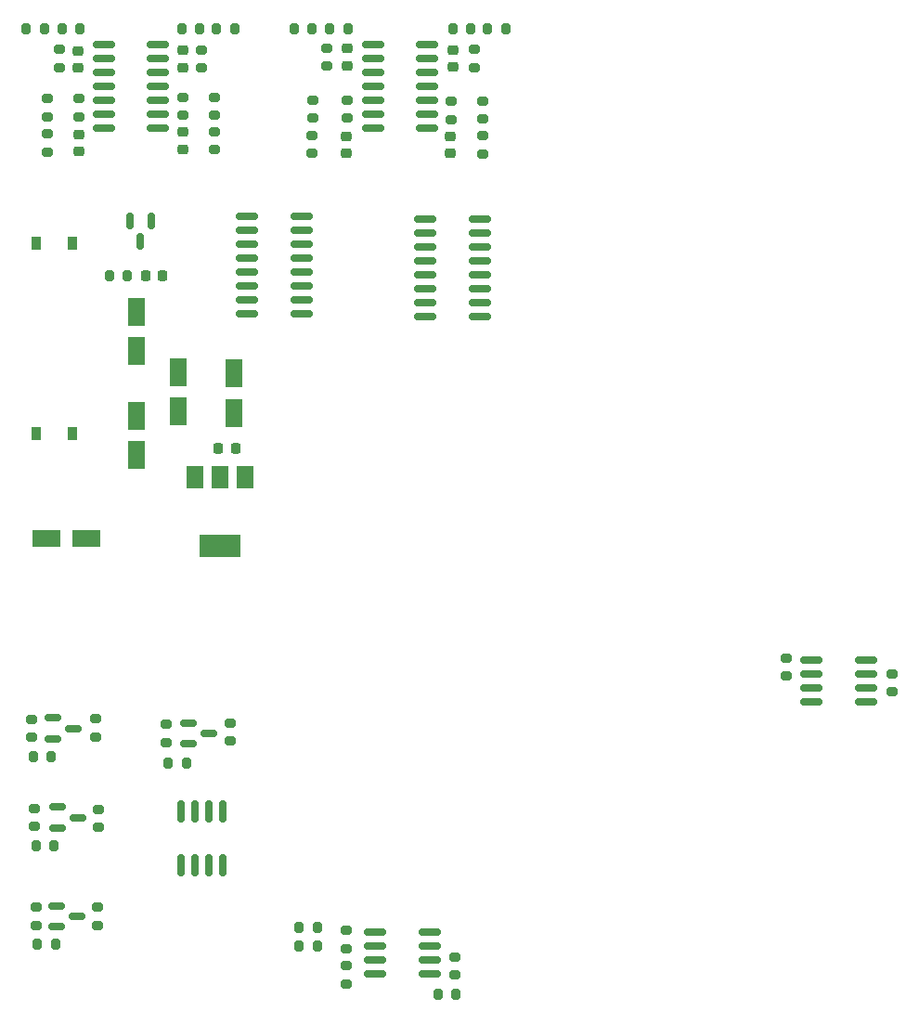
<source format=gtp>
G04 #@! TF.GenerationSoftware,KiCad,Pcbnew,(6.0.0-0)*
G04 #@! TF.CreationDate,2023-01-05T23:18:16-05:00*
G04 #@! TF.ProjectId,daisy_hardware_v1,64616973-795f-4686-9172-64776172655f,rev?*
G04 #@! TF.SameCoordinates,Original*
G04 #@! TF.FileFunction,Paste,Top*
G04 #@! TF.FilePolarity,Positive*
%FSLAX46Y46*%
G04 Gerber Fmt 4.6, Leading zero omitted, Abs format (unit mm)*
G04 Created by KiCad (PCBNEW (6.0.0-0)) date 2023-01-05 23:18:16*
%MOMM*%
%LPD*%
G01*
G04 APERTURE LIST*
G04 Aperture macros list*
%AMRoundRect*
0 Rectangle with rounded corners*
0 $1 Rounding radius*
0 $2 $3 $4 $5 $6 $7 $8 $9 X,Y pos of 4 corners*
0 Add a 4 corners polygon primitive as box body*
4,1,4,$2,$3,$4,$5,$6,$7,$8,$9,$2,$3,0*
0 Add four circle primitives for the rounded corners*
1,1,$1+$1,$2,$3*
1,1,$1+$1,$4,$5*
1,1,$1+$1,$6,$7*
1,1,$1+$1,$8,$9*
0 Add four rect primitives between the rounded corners*
20,1,$1+$1,$2,$3,$4,$5,0*
20,1,$1+$1,$4,$5,$6,$7,0*
20,1,$1+$1,$6,$7,$8,$9,0*
20,1,$1+$1,$8,$9,$2,$3,0*%
G04 Aperture macros list end*
%ADD10RoundRect,0.250000X0.550000X-1.050000X0.550000X1.050000X-0.550000X1.050000X-0.550000X-1.050000X0*%
%ADD11RoundRect,0.200000X0.275000X-0.200000X0.275000X0.200000X-0.275000X0.200000X-0.275000X-0.200000X0*%
%ADD12RoundRect,0.200000X-0.200000X-0.275000X0.200000X-0.275000X0.200000X0.275000X-0.200000X0.275000X0*%
%ADD13RoundRect,0.225000X0.250000X-0.225000X0.250000X0.225000X-0.250000X0.225000X-0.250000X-0.225000X0*%
%ADD14R,0.900000X1.200000*%
%ADD15RoundRect,0.200000X-0.275000X0.200000X-0.275000X-0.200000X0.275000X-0.200000X0.275000X0.200000X0*%
%ADD16RoundRect,0.225000X-0.250000X0.225000X-0.250000X-0.225000X0.250000X-0.225000X0.250000X0.225000X0*%
%ADD17RoundRect,0.250000X-0.550000X1.050000X-0.550000X-1.050000X0.550000X-1.050000X0.550000X1.050000X0*%
%ADD18RoundRect,0.200000X0.200000X0.275000X-0.200000X0.275000X-0.200000X-0.275000X0.200000X-0.275000X0*%
%ADD19RoundRect,0.150000X-0.587500X-0.150000X0.587500X-0.150000X0.587500X0.150000X-0.587500X0.150000X0*%
%ADD20RoundRect,0.225000X-0.225000X-0.250000X0.225000X-0.250000X0.225000X0.250000X-0.225000X0.250000X0*%
%ADD21RoundRect,0.150000X-0.150000X0.587500X-0.150000X-0.587500X0.150000X-0.587500X0.150000X0.587500X0*%
%ADD22RoundRect,0.150000X-0.825000X-0.150000X0.825000X-0.150000X0.825000X0.150000X-0.825000X0.150000X0*%
%ADD23R,1.500000X2.000000*%
%ADD24R,3.800000X2.000000*%
%ADD25RoundRect,0.150000X0.825000X0.150000X-0.825000X0.150000X-0.825000X-0.150000X0.825000X-0.150000X0*%
%ADD26RoundRect,0.250000X1.050000X0.550000X-1.050000X0.550000X-1.050000X-0.550000X1.050000X-0.550000X0*%
%ADD27RoundRect,0.150000X0.150000X-0.825000X0.150000X0.825000X-0.150000X0.825000X-0.150000X-0.825000X0*%
G04 APERTURE END LIST*
D10*
X57620000Y-319091000D03*
X57620000Y-315491000D03*
D11*
X39556000Y-365841000D03*
X39556000Y-364191000D03*
D12*
X63539200Y-366059000D03*
X65189200Y-366059000D03*
D13*
X52946800Y-287596000D03*
X52946800Y-286046000D03*
D14*
X39600000Y-303600000D03*
X42900000Y-303600000D03*
D15*
X117602000Y-342900000D03*
X117602000Y-344550000D03*
D16*
X77377600Y-293896200D03*
X77377600Y-295446200D03*
D15*
X45144000Y-364191000D03*
X45144000Y-365841000D03*
D17*
X48730000Y-319329800D03*
X48730000Y-322929800D03*
D13*
X77580800Y-287572200D03*
X77580800Y-286022200D03*
D15*
X45018000Y-346984000D03*
X45018000Y-348634000D03*
X67878000Y-369525000D03*
X67878000Y-371175000D03*
D11*
X51431000Y-349140000D03*
X51431000Y-347490000D03*
X79562000Y-287609000D03*
X79562000Y-285959000D03*
D18*
X77847000Y-372128000D03*
X76197000Y-372128000D03*
D15*
X64779200Y-290544200D03*
X64779200Y-292194200D03*
D13*
X43404800Y-287607400D03*
X43404800Y-286057400D03*
D11*
X39176000Y-348697000D03*
X39176000Y-347047000D03*
D15*
X55850800Y-293435000D03*
X55850800Y-295085000D03*
D12*
X38668200Y-284104800D03*
X40318200Y-284104800D03*
D15*
X52955200Y-290294400D03*
X52955200Y-291944400D03*
X67979600Y-290544200D03*
X67979600Y-292194200D03*
D13*
X67979600Y-287419800D03*
X67979600Y-285869800D03*
D15*
X80324000Y-290659000D03*
X80324000Y-292309000D03*
D19*
X41480166Y-355050000D03*
X41480166Y-356950000D03*
X43355166Y-356000000D03*
D15*
X64728400Y-293795400D03*
X64728400Y-295445400D03*
X80324000Y-293833000D03*
X80324000Y-295483000D03*
X43455600Y-290434600D03*
X43455600Y-292084600D03*
D12*
X52862600Y-284104800D03*
X54512600Y-284104800D03*
D14*
X42900000Y-321000000D03*
X39600000Y-321000000D03*
D12*
X51622000Y-351046000D03*
X53272000Y-351046000D03*
D20*
X56210000Y-322371000D03*
X57760000Y-322371000D03*
D16*
X52960000Y-293485000D03*
X52960000Y-295035000D03*
D18*
X68004000Y-284104800D03*
X66354000Y-284104800D03*
D12*
X39684000Y-367556000D03*
X41334000Y-367556000D03*
D10*
X48730000Y-313474200D03*
X48730000Y-309874200D03*
D21*
X50032000Y-301594500D03*
X48132000Y-301594500D03*
X49082000Y-303469500D03*
D22*
X45755800Y-285514000D03*
X45755800Y-286784000D03*
X45755800Y-288054000D03*
X45755800Y-289324000D03*
X45755800Y-290594000D03*
X45755800Y-291864000D03*
X45755800Y-293134000D03*
X50705800Y-293134000D03*
X50705800Y-291864000D03*
X50705800Y-290594000D03*
X50705800Y-289324000D03*
X50705800Y-288054000D03*
X50705800Y-286784000D03*
X50705800Y-285514000D03*
D15*
X57273000Y-347364000D03*
X57273000Y-349014000D03*
D12*
X63539200Y-367710000D03*
X65189200Y-367710000D03*
D10*
X52540000Y-318986000D03*
X52540000Y-315386000D03*
D19*
X41412500Y-364066000D03*
X41412500Y-365966000D03*
X43287500Y-365016000D03*
D23*
X58650000Y-324961000D03*
X56350000Y-324961000D03*
X54050000Y-324961000D03*
D24*
X56350000Y-331261000D03*
D15*
X77428400Y-290710600D03*
X77428400Y-292360600D03*
D19*
X53463000Y-347368000D03*
X53463000Y-349268000D03*
X55338000Y-348318000D03*
D15*
X107950000Y-341440000D03*
X107950000Y-343090000D03*
D25*
X80005000Y-310279000D03*
X80005000Y-309009000D03*
X80005000Y-307739000D03*
X80005000Y-306469000D03*
X80005000Y-305199000D03*
X80005000Y-303929000D03*
X80005000Y-302659000D03*
X80005000Y-301389000D03*
X75055000Y-301389000D03*
X75055000Y-302659000D03*
X75055000Y-303929000D03*
X75055000Y-305199000D03*
X75055000Y-306469000D03*
X75055000Y-307739000D03*
X75055000Y-309009000D03*
X75055000Y-310279000D03*
D16*
X43455600Y-293685000D03*
X43455600Y-295235000D03*
D11*
X54670000Y-287646000D03*
X54670000Y-285996000D03*
D22*
X58799000Y-301135000D03*
X58799000Y-302405000D03*
X58799000Y-303675000D03*
X58799000Y-304945000D03*
X58799000Y-306215000D03*
X58799000Y-307485000D03*
X58799000Y-308755000D03*
X58799000Y-310025000D03*
X63749000Y-310025000D03*
X63749000Y-308755000D03*
X63749000Y-307485000D03*
X63749000Y-306215000D03*
X63749000Y-304945000D03*
X63749000Y-303675000D03*
X63749000Y-302405000D03*
X63749000Y-301135000D03*
D20*
X49564000Y-306596000D03*
X51114000Y-306596000D03*
D11*
X41716000Y-287607400D03*
X41716000Y-285957400D03*
D26*
X44107200Y-330549800D03*
X40507200Y-330549800D03*
D11*
X39430000Y-356825000D03*
X39430000Y-355175000D03*
D19*
X41111000Y-346922000D03*
X41111000Y-348822000D03*
X42986000Y-347872000D03*
D18*
X57687600Y-284104800D03*
X56037600Y-284104800D03*
D25*
X115251000Y-345440000D03*
X115251000Y-344170000D03*
X115251000Y-342900000D03*
X115251000Y-341630000D03*
X110301000Y-341630000D03*
X110301000Y-342900000D03*
X110301000Y-344170000D03*
X110301000Y-345440000D03*
D12*
X77580800Y-284104800D03*
X79230800Y-284104800D03*
D15*
X45272000Y-355238000D03*
X45272000Y-356888000D03*
X77784000Y-368700000D03*
X77784000Y-370350000D03*
D25*
X75433000Y-370223000D03*
X75433000Y-368953000D03*
X75433000Y-367683000D03*
X75433000Y-366413000D03*
X70483000Y-366413000D03*
X70483000Y-367683000D03*
X70483000Y-368953000D03*
X70483000Y-370223000D03*
D15*
X40560000Y-293635000D03*
X40560000Y-295285000D03*
D16*
X67878000Y-293845400D03*
X67878000Y-295395400D03*
D15*
X55850800Y-290294400D03*
X55850800Y-291944400D03*
D27*
X52765000Y-360379000D03*
X54035000Y-360379000D03*
X55305000Y-360379000D03*
X56575000Y-360379000D03*
X56575000Y-355429000D03*
X55305000Y-355429000D03*
X54035000Y-355429000D03*
X52765000Y-355429000D03*
D12*
X39304000Y-350412000D03*
X40954000Y-350412000D03*
X46225000Y-306596000D03*
X47875000Y-306596000D03*
D11*
X66049200Y-287469800D03*
X66049200Y-285819800D03*
D15*
X40560000Y-290434600D03*
X40560000Y-292084600D03*
D22*
X70292000Y-285514000D03*
X70292000Y-286784000D03*
X70292000Y-288054000D03*
X70292000Y-289324000D03*
X70292000Y-290594000D03*
X70292000Y-291864000D03*
X70292000Y-293134000D03*
X75242000Y-293134000D03*
X75242000Y-291864000D03*
X75242000Y-290594000D03*
X75242000Y-289324000D03*
X75242000Y-288054000D03*
X75242000Y-286784000D03*
X75242000Y-285514000D03*
D15*
X67878000Y-366286000D03*
X67878000Y-367936000D03*
D18*
X82380400Y-284104800D03*
X80730400Y-284104800D03*
X43571800Y-284104800D03*
X41921800Y-284104800D03*
D12*
X39558000Y-358540000D03*
X41208000Y-358540000D03*
X63090600Y-284104800D03*
X64740600Y-284104800D03*
M02*

</source>
